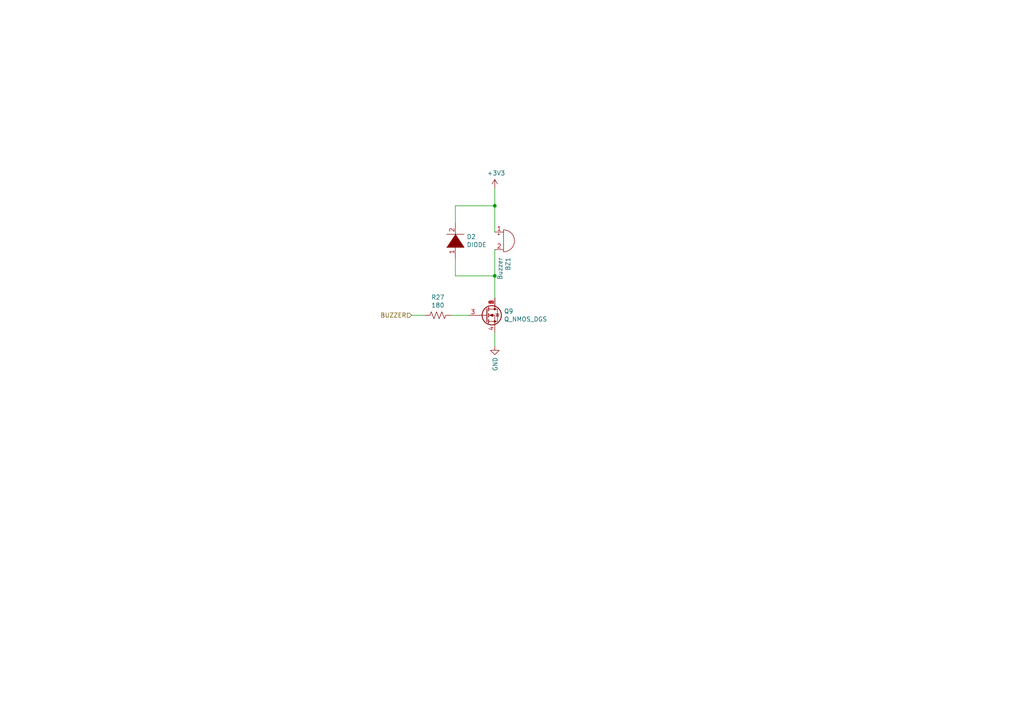
<source format=kicad_sch>
(kicad_sch (version 20211123) (generator eeschema)
  (paper "A4")
  (lib_symbols
    (symbol "Device:Buzzer" (pin_names (offset 0.0254) hide)
      (property "Reference" "BZ" (at 3.81 1.27 0))
      (property "Value" "Device_Buzzer" (at 3.81 -1.27 0))
      (symbol "Buzzer_0_1"
        (arc (start 0 -3.175) (mid 3.175 0) (end 0 3.175))
        (polyline (pts (xy -1.651 1.905) (xy -1.143 1.905)))
        (polyline (pts (xy -1.397 2.159) (xy -1.397 1.651)))
        (polyline (pts (xy 0 3.175) (xy 0 -3.175)))
      )
      (symbol "Buzzer_1_1"
        (pin passive line (at -2.54 2.54 0) (length 2.54) (name "-") (number "1"))
        (pin passive line (at -2.54 -2.54 0) (length 2.54) (name "+") (number "2"))
      )
    )
    (symbol "Device:R_US" (pin_numbers hide) (pin_names (offset 0))
      (property "Reference" "R" (at 2.54 0 90))
      (property "Value" "Device_R_US" (at -2.54 0 90))
      (symbol "R_US_0_1"
        (polyline (pts (xy 0 -2.286) (xy 0 -2.54)))
        (polyline (pts (xy 0 2.286) (xy 0 2.54)))
        (polyline (pts (xy 0 -0.762) (xy 1.016 -1.143) (xy 0 -1.524) (xy -1.016 -1.905) (xy 0 -2.286)))
        (polyline (pts (xy 0 0.762) (xy 1.016 0.381) (xy 0 0) (xy -1.016 -0.381) (xy 0 -0.762)))
        (polyline (pts (xy 0 2.286) (xy 1.016 1.905) (xy 0 1.524) (xy -1.016 1.143) (xy 0 0.762)))
      )
      (symbol "R_US_1_1"
        (pin passive line (at 0 3.81 270) (length 1.27) (name "~") (number "1"))
        (pin passive line (at 0 -3.81 90) (length 1.27) (name "~") (number "2"))
      )
    )
    (symbol "Nova-rescue:Q_NMOS_DGS-MOSFET" (pin_names (offset 0) hide)
      (property "Reference" "Q" (at 5.08 1.27 0))
      (property "Value" "Nova-rescue_Q_NMOS_DGS-MOSFET" (at 5.08 -1.27 0))
      (symbol "Q_NMOS_DGS-MOSFET_0_1"
        (polyline (pts (xy 0.254 0) (xy -2.54 0)))
        (polyline (pts (xy 0.254 1.905) (xy 0.254 -1.905)) (stroke (width 0.254)))
        (polyline (pts (xy 0.762 -1.27) (xy 0.762 -2.286)) (stroke (width 0.254)))
        (polyline (pts (xy 0.762 0.508) (xy 0.762 -0.508)) (stroke (width 0.254)))
        (polyline (pts (xy 0.762 2.286) (xy 0.762 1.27)) (stroke (width 0.254)))
        (polyline (pts (xy 2.54 2.54) (xy 2.54 1.778)))
        (polyline (pts (xy 2.54 -2.54) (xy 2.54 0) (xy 0.762 0)))
        (polyline (pts (xy 0.762 -1.778) (xy 3.302 -1.778) (xy 3.302 1.778) (xy 0.762 1.778)))
        (polyline (pts (xy 1.016 0) (xy 2.032 0.381) (xy 2.032 -0.381) (xy 1.016 0)) (fill (type outline)))
        (polyline (pts (xy 2.794 0.508) (xy 2.921 0.381) (xy 3.683 0.381) (xy 3.81 0.254)))
        (polyline (pts (xy 3.302 0.381) (xy 2.921 -0.254) (xy 3.683 -0.254) (xy 3.302 0.381)))
        (circle (center 1.651 0) (radius 2.794) (stroke (width 0.254)))
        (circle (center 2.54 -1.778) (radius 0.254) (fill (type outline)))
        (circle (center 2.54 1.778) (radius 0.254) (fill (type outline)))
      )
      (symbol "Q_NMOS_DGS-MOSFET_1_1"
        (pin passive line (at 2.54 5.08 270) (length 2.54) (name "D") (number "1"))
        (pin input line (at 2.54 5.08 270) (length 2.54) (name "~") (number "2"))
        (pin passive line (at -5.08 0 0) (length 2.54) (name "S") (number "3"))
        (pin input line (at 2.54 -5.08 90) (length 2.54) (name "~") (number "4"))
        (pin input line (at 2.54 5.08 270) (length 2.54) (name "~") (number "5"))
        (pin input line (at 2.54 5.08 270) (length 2.54) (name "~") (number "6"))
      )
    )
    (symbol "power:+3.3V" (power) (pin_names (offset 0))
      (property "Value" "power_+3.3V" (at 0 3.556 0))
      (symbol "+3.3V_0_1"
        (polyline (pts (xy -0.762 1.27) (xy 0 2.54)))
        (polyline (pts (xy 0 0) (xy 0 2.54)))
        (polyline (pts (xy 0 2.54) (xy 0.762 1.27)))
      )
      (symbol "+3.3V_1_1"
        (pin power_in line (at 0 0 90) (length 0) hide (name "+3V3") (number "1"))
      )
    )
    (symbol "power:GND" (power) (pin_names (offset 0))
      (property "Value" "power_GND" (at 0 -3.81 0))
      (symbol "GND_0_1"
        (polyline (pts (xy 0 0) (xy 0 -1.27) (xy 1.27 -1.27) (xy 0 -2.54) (xy -1.27 -1.27) (xy 0 -1.27)))
      )
      (symbol "GND_1_1"
        (pin power_in line (at 0 0 270) (length 0) hide (name "GND") (number "1"))
      )
    )
    (symbol "pspice:DIODE" (pin_names (offset 1.016) hide)
      (property "Reference" "D" (at 0 3.81 0))
      (property "Value" "pspice_DIODE" (at 0 -4.445 0))
      (symbol "DIODE_0_1"
        (polyline (pts (xy 1.905 2.54) (xy 1.905 -2.54)))
        (polyline (pts (xy -1.905 2.54) (xy -1.905 -2.54) (xy 1.905 0)) (fill (type outline)))
      )
      (symbol "DIODE_1_1"
        (pin input line (at -5.08 0 0) (length 3.81) (name "K") (number "1"))
        (pin input line (at 5.08 0 180) (length 3.81) (name "A") (number "2"))
      )
    )
  )
  (junction (at 143.51 80.01))
  (junction (at 143.51 59.69))
  (wire (pts (xy 132.08 59.69) (xy 143.51 59.69)))
  (wire (pts (xy 132.08 80.01) (xy 143.51 80.01)))
  (wire (pts (xy 132.08 74.93) (xy 132.08 80.01)))
  (wire (pts (xy 143.51 80.01) (xy 143.51 72.39)))
  (wire (pts (xy 143.51 59.69) (xy 143.51 67.31)))
  (wire (pts (xy 143.51 80.01) (xy 143.51 86.36)))
  (wire (pts (xy 143.51 54.61) (xy 143.51 59.69)))
  (wire (pts (xy 143.51 96.52) (xy 143.51 100.33)))
  (wire (pts (xy 119.38 91.44) (xy 123.19 91.44)))
  (wire (pts (xy 132.08 64.77) (xy 132.08 59.69)))
  (wire (pts (xy 130.81 91.44) (xy 135.89 91.44)))
  (hierarchical_label "BUZZER" (shape input) (at 119.38 91.44 180))
  (symbol (lib_id "Device:Buzzer") (at 146.05 69.85 0) (unit 1)
    (property "Reference" "BZ1" (at 147.3454 74.5998 90) (effects (justify right)))
    (property "Value" "Buzzer" (at 145.034 74.5998 90) (effects (justify right)))
    (property "Footprint" "Transducer:XDCR_CMT-7525-80-SMT-TR" (effects hide))
    (property "Datasheet" "https://www.cuidevices.com/product/resource/cmt-7525-80-smt-tr.pdf" (effects hide))
    (property "Order Link" "https://www.digikey.com/en/products/detail/cui-devices/CMT-7525-80-SMT-TR/10326249" (effects hide))
  )
  (symbol (lib_id "pspice:DIODE") (at 132.08 69.85 90) (unit 1)
    (property "Reference" "D2" (at 135.3312 68.6816 90) (effects (justify right)))
    (property "Value" "DIODE" (at 135.3312 70.993 90) (effects (justify right)))
    (property "Footprint" "Diode_SMD:D_0805_2012Metric_Pad1.15x1.40mm_HandSolder" (effects hide))
  )
  (symbol (lib_id "power:+3.3V") (at 143.51 54.61 0) (unit 1)
    (property "Reference" "#PWR0142" (effects hide))
    (property "Value" "+3.3V" (at 143.891 50.2158 0))
  )
  (symbol (lib_id "Device:R_US") (at 127 91.44 270) (unit 1)
    (property "Reference" "R27" (at 127 86.233 90))
    (property "Value" "180" (at 127 88.5444 90))
    (property "Footprint" "Resistor_SMD:R_0402_1005Metric" (effects hide))
  )
  (symbol (lib_id "power:GND") (at 143.51 100.33 0) (unit 1)
    (property "Reference" "#PWR0127" (effects hide))
    (property "Value" "GND" (at 143.637 103.5812 90) (effects (justify right)))
  )
  (symbol (lib_id "Nova-rescue:Q_NMOS_DGS-MOSFET") (at 140.97 91.44 0)
    (property "Reference" "Q9" (at 146.1516 90.2716 0) (effects (justify left)))
    (property "Value" "Q_NMOS_DGS" (at 146.1516 92.583 0) (effects (justify left)))
    (property "Footprint" "Package_TO_SOT_SMD:SOT-23-6_Handsoldering" (effects hide))
  )
)
</source>
